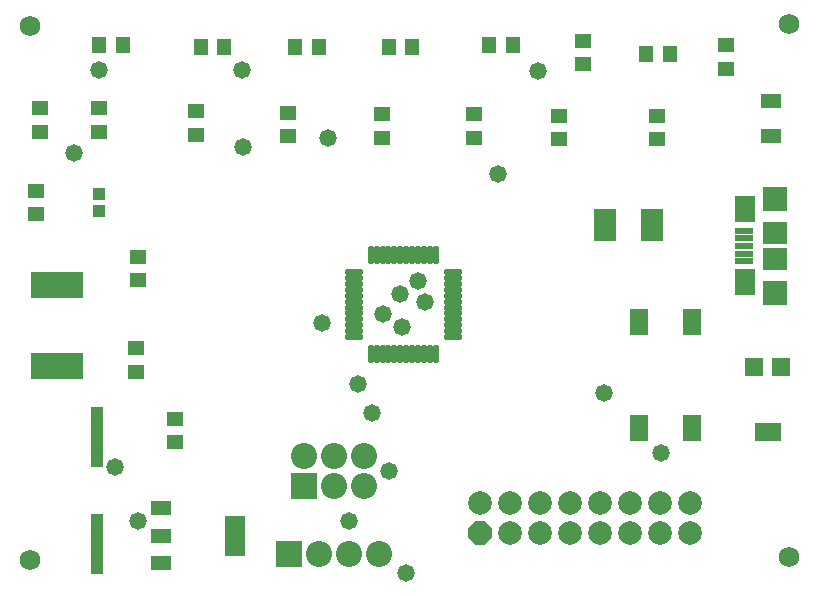
<source format=gts>
G04*
G04 #@! TF.GenerationSoftware,Altium Limited,Altium Designer,20.0.13 (296)*
G04*
G04 Layer_Color=8388736*
%FSLAX44Y44*%
%MOMM*%
G71*
G01*
G75*
%ADD32R,1.4532X1.2032*%
%ADD33R,1.0532X1.0532*%
%ADD34R,1.5032X1.5032*%
%ADD35R,2.2032X1.5032*%
%ADD36O,0.5032X1.6032*%
%ADD37O,1.6032X0.5032*%
%ADD38R,1.7032X3.5032*%
%ADD39R,1.7032X1.2032*%
%ADD40R,4.5032X2.2032*%
%ADD41R,1.2032X1.4532*%
%ADD42R,1.0032X5.2032*%
%ADD43R,1.8032X1.2032*%
%ADD44R,1.9032X2.7032*%
%ADD45R,2.1032X1.9532*%
%ADD46R,2.1032X2.0032*%
%ADD47R,1.8032X2.3032*%
%ADD48R,1.6032X0.6032*%
%ADD49R,1.6032X2.3032*%
%ADD50C,2.0032*%
%ADD51P,2.1683X8X22.5*%
%ADD52C,1.7272*%
%ADD53C,2.2032*%
%ADD54R,2.2032X2.2032*%
%ADD55C,1.4732*%
D32*
X1010920Y1014730D02*
D03*
Y994730D02*
D03*
X547370Y887570D02*
D03*
Y867570D02*
D03*
X551180Y957420D02*
D03*
Y937420D02*
D03*
X683260Y935040D02*
D03*
Y955040D02*
D03*
X665480Y674530D02*
D03*
Y694530D02*
D03*
X600710Y957580D02*
D03*
Y937580D02*
D03*
X760730Y953770D02*
D03*
Y933770D02*
D03*
X840740Y952500D02*
D03*
Y932500D02*
D03*
X633730Y811690D02*
D03*
Y831690D02*
D03*
X1073150Y931070D02*
D03*
Y951070D02*
D03*
X990600Y931230D02*
D03*
Y951230D02*
D03*
X918210Y932500D02*
D03*
Y952500D02*
D03*
X1131570Y1010760D02*
D03*
Y990760D02*
D03*
X632460Y754220D02*
D03*
Y734220D02*
D03*
D33*
X600710Y884570D02*
D03*
Y870570D02*
D03*
D34*
X1155630Y738700D02*
D03*
X1178630D02*
D03*
D35*
X1167130Y683700D02*
D03*
D36*
X886020Y833210D02*
D03*
X881020D02*
D03*
X876020D02*
D03*
X871020D02*
D03*
X866020D02*
D03*
X861020D02*
D03*
X856020D02*
D03*
X851020D02*
D03*
X846020D02*
D03*
X841020D02*
D03*
X836020D02*
D03*
X831020D02*
D03*
Y749210D02*
D03*
X836020D02*
D03*
X841020D02*
D03*
X846020D02*
D03*
X851020D02*
D03*
X856020D02*
D03*
X861020D02*
D03*
X866020D02*
D03*
X871020D02*
D03*
X876020D02*
D03*
X881020D02*
D03*
X886020D02*
D03*
D37*
X816520Y818710D02*
D03*
Y813710D02*
D03*
Y808710D02*
D03*
Y803710D02*
D03*
Y798710D02*
D03*
Y793710D02*
D03*
Y788710D02*
D03*
Y783710D02*
D03*
Y778710D02*
D03*
Y773710D02*
D03*
Y768710D02*
D03*
Y763710D02*
D03*
X900520D02*
D03*
Y768710D02*
D03*
Y773710D02*
D03*
Y778710D02*
D03*
Y783710D02*
D03*
Y788710D02*
D03*
Y793710D02*
D03*
Y798710D02*
D03*
Y803710D02*
D03*
Y808710D02*
D03*
Y813710D02*
D03*
Y818710D02*
D03*
D38*
X716300Y595630D02*
D03*
D39*
X653300Y572630D02*
D03*
Y618630D02*
D03*
Y595630D02*
D03*
D40*
X565150Y739430D02*
D03*
Y807430D02*
D03*
D41*
X600870Y1010920D02*
D03*
X620870D02*
D03*
X707070Y1009650D02*
D03*
X687070D02*
D03*
X787240D02*
D03*
X767240D02*
D03*
X866140D02*
D03*
X846140D02*
D03*
X931070Y1010920D02*
D03*
X951070D02*
D03*
X1064420Y1003300D02*
D03*
X1084420D02*
D03*
D42*
X599440Y678730D02*
D03*
Y588730D02*
D03*
D43*
X1169670Y933690D02*
D03*
Y963690D02*
D03*
D44*
X1069020Y858520D02*
D03*
X1029020D02*
D03*
D45*
X1173480Y852170D02*
D03*
Y829670D02*
D03*
D46*
Y880920D02*
D03*
Y800920D02*
D03*
D47*
X1147980Y871920D02*
D03*
Y809920D02*
D03*
D48*
X1146980Y853920D02*
D03*
Y847420D02*
D03*
Y840920D02*
D03*
Y834420D02*
D03*
Y827920D02*
D03*
D49*
X1103270Y776520D02*
D03*
X1058270D02*
D03*
X1103270Y686520D02*
D03*
X1058270D02*
D03*
D50*
X1101090Y623570D02*
D03*
Y598170D02*
D03*
X1075690Y623570D02*
D03*
Y598170D02*
D03*
X1050290Y623570D02*
D03*
Y598170D02*
D03*
X1024890Y623570D02*
D03*
Y598170D02*
D03*
X923290Y623570D02*
D03*
X948690Y598170D02*
D03*
Y623570D02*
D03*
X974090Y598170D02*
D03*
Y623570D02*
D03*
X999490Y598170D02*
D03*
Y623570D02*
D03*
D51*
X923290Y598170D02*
D03*
D52*
X1184910Y1028700D02*
D03*
X542290Y1027430D02*
D03*
X1184910Y577850D02*
D03*
X542290Y575310D02*
D03*
D53*
X812800Y580390D02*
D03*
X787400D02*
D03*
X838200D02*
D03*
X774700Y662940D02*
D03*
X825500D02*
D03*
X800100D02*
D03*
Y637540D02*
D03*
X825500D02*
D03*
D54*
X762000Y580390D02*
D03*
X774700Y637540D02*
D03*
D55*
X972820Y989330D02*
D03*
X871220Y811530D02*
D03*
X857250Y772160D02*
D03*
X820420Y723900D02*
D03*
X855980Y800354D02*
D03*
X614426Y654050D02*
D03*
X633730Y608330D02*
D03*
X812800D02*
D03*
X832230Y699390D02*
D03*
X861060Y563880D02*
D03*
X1076960Y665480D02*
D03*
X789940Y775970D02*
D03*
X722630Y924306D02*
D03*
X795020Y932180D02*
D03*
X841248Y783336D02*
D03*
X938530Y901700D02*
D03*
X600870Y989678D02*
D03*
X722122D02*
D03*
X1028827Y716661D02*
D03*
X877316Y793242D02*
D03*
X580136Y919480D02*
D03*
X846328Y650240D02*
D03*
M02*

</source>
